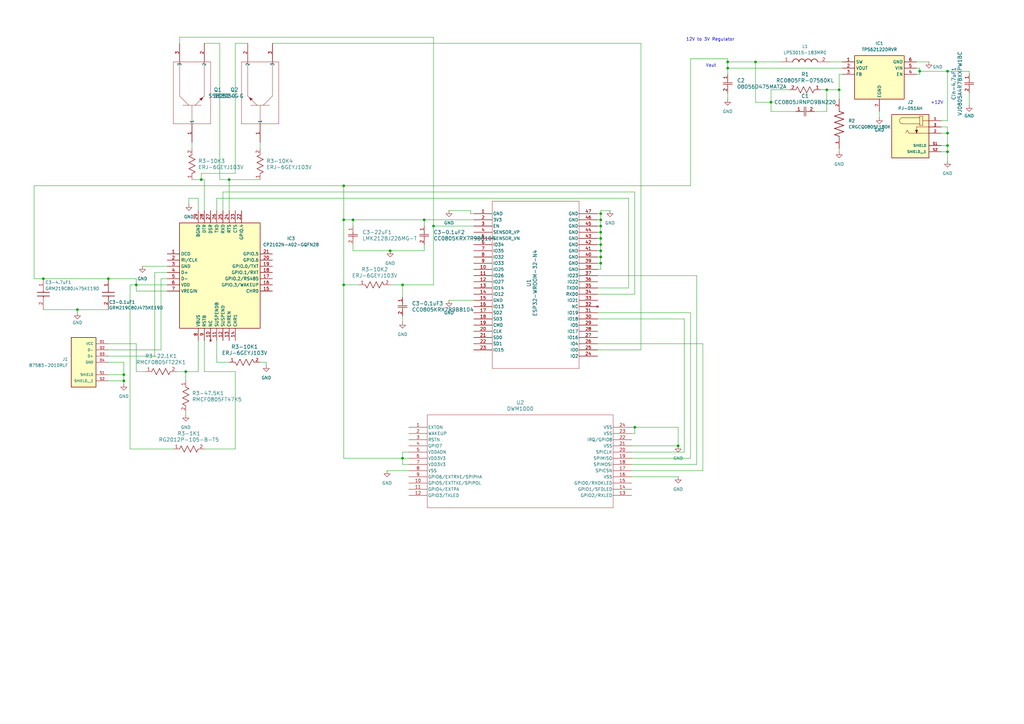
<source format=kicad_sch>
(kicad_sch (version 20231120) (generator "eeschema") (generator_version "8.0")
  (paper "A3")
  (lib_symbols
    (symbol "2024-08-05_15-15-11:VJ0805A4R7BXXPW1BC" (pin_names (offset 0.254))
      (property "Reference" "C" (at 3.81 3.81 0))
      (property "Value" "VJ0805A4R7BXXPW1BC" (at 3.81 -3.81 0))
      (symbol "VJ0805A4R7BXXPW1BC_1_1"
        (pin unspecified line (at 0 0 0) (length 2.54) (name "") (number "1"))
        (pin unspecified line (at 7.62 0 180) (length 2.54) (name "") (number "2"))
      )
      (symbol "VJ0805A4R7BXXPW1BC_1_2"
        (pin unspecified line (at 0 0 270) (length 2.54) (name "") (number "1"))
        (pin unspecified line (at 0 -7.62 90) (length 2.54) (name "") (number "2"))
      )
    )
    (symbol "2024-08-05_15-40-12:RC0805FR-07560KL" (pin_names (offset 0.254))
      (property "Reference" "R" (at 5.715 3.81 0))
      (property "Value" "RC0805FR-07560KL" (at 6.35 -3.81 0))
      (symbol "RC0805FR-07560KL_1_1"
        (pin unspecified line (at 12.7 0 180) (length 2.54) (name "") (number "1"))
        (pin unspecified line (at 0 0 0) (length 2.54) (name "") (number "2"))
      )
      (symbol "RC0805FR-07560KL_1_2"
        (pin unspecified line (at 0 12.7 270) (length 2.54) (name "") (number "1"))
        (pin unspecified line (at 0 0 90) (length 2.54) (name "") (number "2"))
      )
    )
    (symbol "2024-08-05_16-00-45:CC0805JRNPO9BN220" (pin_names (offset 0.254))
      (property "Reference" "C" (at 3.81 3.81 0))
      (property "Value" "CC0805JRNPO9BN220" (at 3.81 -3.81 0))
      (symbol "CC0805JRNPO9BN220_1_1"
        (pin unspecified line (at 0 0 0) (length 2.54) (name "") (number "1"))
        (pin unspecified line (at 7.62 0 180) (length 2.54) (name "") (number "2"))
      )
      (symbol "CC0805JRNPO9BN220_1_2"
        (pin unspecified line (at 0 0 270) (length 2.54) (name "") (number "1"))
        (pin unspecified line (at 0 -7.62 90) (length 2.54) (name "") (number "2"))
      )
    )
    (symbol "2024-08-05_16-10-25:08056D475MAT2A" (pin_names (offset 0.254))
      (property "Reference" "C" (at 3.81 3.81 0))
      (property "Value" "08056D475MAT2A" (at 3.81 -3.81 0))
      (symbol "08056D475MAT2A_1_1"
        (pin unspecified line (at 0 0 0) (length 2.54) (name "") (number "1"))
        (pin unspecified line (at 7.62 0 180) (length 2.54) (name "") (number "2"))
      )
      (symbol "08056D475MAT2A_1_2"
        (pin unspecified line (at 0 0 270) (length 2.54) (name "") (number "1"))
        (pin unspecified line (at 0 -7.62 90) (length 2.54) (name "") (number "2"))
      )
    )
    (symbol "2024-08-07_20-06-52:ESP32-WROOM-32-N4" (pin_names (offset 0.254))
      (property "Reference" "U" (at 25.4 10.16 0))
      (property "Value" "ESP32-WROOM-32-N4" (at 25.4 7.62 0))
      (symbol "ESP32-WROOM-32-N4_0_1"
        (pin power_out line (at 0 0 0) (length 7.62) (name "GND") (number "1"))
        (pin bidirectional line (at 0 -22.86 0) (length 7.62) (name "IO25") (number "10"))
        (pin bidirectional line (at 0 -25.4 0) (length 7.62) (name "IO26") (number "11"))
        (pin bidirectional line (at 0 -27.94 0) (length 7.62) (name "IO27") (number "12"))
        (pin bidirectional line (at 0 -30.48 0) (length 7.62) (name "IO14") (number "13"))
        (pin bidirectional line (at 0 -33.02 0) (length 7.62) (name "IO12") (number "14"))
        (pin power_out line (at 0 -35.56 0) (length 7.62) (name "GND") (number "15"))
        (pin bidirectional line (at 0 -38.1 0) (length 7.62) (name "IO13") (number "16"))
        (pin bidirectional line (at 0 -40.64 0) (length 7.62) (name "SD2") (number "17"))
        (pin bidirectional line (at 0 -43.18 0) (length 7.62) (name "SD3") (number "18"))
        (pin bidirectional line (at 0 -45.72 0) (length 7.62) (name "CMD") (number "19"))
        (pin power_in line (at 0 -2.54 0) (length 7.62) (name "3V3") (number "2"))
        (pin bidirectional line (at 0 -48.26 0) (length 7.62) (name "CLK") (number "20"))
        (pin bidirectional line (at 0 -50.8 0) (length 7.62) (name "SD0") (number "21"))
        (pin bidirectional line (at 0 -53.34 0) (length 7.62) (name "SD1") (number "22"))
        (pin bidirectional line (at 0 -55.88 0) (length 7.62) (name "IO15") (number "23"))
        (pin bidirectional line (at 50.8 -58.42 180) (length 7.62) (name "IO2") (number "24"))
        (pin bidirectional line (at 50.8 -55.88 180) (length 7.62) (name "IO0") (number "25"))
        (pin bidirectional line (at 50.8 -53.34 180) (length 7.62) (name "IO4") (number "26"))
        (pin bidirectional line (at 50.8 -50.8 180) (length 7.62) (name "IO16") (number "27"))
        (pin bidirectional line (at 50.8 -48.26 180) (length 7.62) (name "IO17") (number "28"))
        (pin bidirectional line (at 50.8 -45.72 180) (length 7.62) (name "IO5") (number "29"))
        (pin input line (at 0 -5.08 0) (length 7.62) (name "EN") (number "3"))
        (pin bidirectional line (at 50.8 -43.18 180) (length 7.62) (name "IO18") (number "30"))
        (pin bidirectional line (at 50.8 -40.64 180) (length 7.62) (name "IO19") (number "31"))
        (pin no_connect line (at 50.8 -38.1 180) (length 7.62) (name "NC") (number "32"))
        (pin bidirectional line (at 50.8 -35.56 180) (length 7.62) (name "IO21") (number "33"))
        (pin bidirectional line (at 50.8 -33.02 180) (length 7.62) (name "RXD0") (number "34"))
        (pin bidirectional line (at 50.8 -30.48 180) (length 7.62) (name "TXD0") (number "35"))
        (pin bidirectional line (at 50.8 -27.94 180) (length 7.62) (name "IO22") (number "36"))
        (pin bidirectional line (at 50.8 -25.4 180) (length 7.62) (name "IO23") (number "37"))
        (pin power_out line (at 50.8 -22.86 180) (length 7.62) (name "GND") (number "38"))
        (pin power_out line (at 50.8 -20.32 180) (length 7.62) (name "GND") (number "39"))
        (pin input line (at 0 -7.62 0) (length 7.62) (name "SENSOR_VP") (number "4"))
        (pin power_out line (at 50.8 -17.78 180) (length 7.62) (name "GND") (number "40"))
        (pin power_out line (at 50.8 -15.24 180) (length 7.62) (name "GND") (number "41"))
        (pin power_out line (at 50.8 -12.7 180) (length 7.62) (name "GND") (number "42"))
        (pin power_out line (at 50.8 -10.16 180) (length 7.62) (name "GND") (number "43"))
        (pin power_out line (at 50.8 -7.62 180) (length 7.62) (name "GND") (number "44"))
        (pin power_out line (at 50.8 -5.08 180) (length 7.62) (name "GND") (number "45"))
        (pin power_out line (at 50.8 -2.54 180) (length 7.62) (name "GND") (number "46"))
        (pin power_out line (at 50.8 0 180) (length 7.62) (name "GND") (number "47"))
        (pin input line (at 0 -10.16 0) (length 7.62) (name "SENSOR_VN") (number "5"))
        (pin input line (at 0 -12.7 0) (length 7.62) (name "IO34") (number "6"))
        (pin input line (at 0 -15.24 0) (length 7.62) (name "IO35") (number "7"))
        (pin bidirectional line (at 0 -17.78 0) (length 7.62) (name "IO32") (number "8"))
        (pin bidirectional line (at 0 -20.32 0) (length 7.62) (name "IO33") (number "9"))
      )
    )
    (symbol "2024-09-01_15-42-13:DWM1000" (pin_names (offset 0.254))
      (property "Reference" "U" (at 45.72 10.16 0))
      (property "Value" "DWM1000" (at 45.72 7.62 0))
      (symbol "DWM1000_0_1"
        (pin unspecified line (at 0 0 0) (length 7.62) (name "EXTON") (number "1"))
        (pin bidirectional line (at 0 -22.86 0) (length 7.62) (name "GPIO5/EXTTXE/SPIPOL") (number "10"))
        (pin bidirectional line (at 0 -25.4 0) (length 7.62) (name "GPIO4/EXTPA") (number "11"))
        (pin bidirectional line (at 0 -27.94 0) (length 7.62) (name "GPIO3/TXLED") (number "12"))
        (pin bidirectional line (at 91.44 -27.94 180) (length 7.62) (name "GPIO2/RXLED") (number "13"))
        (pin bidirectional line (at 91.44 -25.4 180) (length 7.62) (name "GPIO1/SFDLED") (number "14"))
        (pin bidirectional line (at 91.44 -22.86 180) (length 7.62) (name "GPIO0/RXOKLED") (number "15"))
        (pin power_out line (at 91.44 -20.32 180) (length 7.62) (name "VSS") (number "16"))
        (pin unspecified line (at 91.44 -17.78 180) (length 7.62) (name "SPICSN") (number "17"))
        (pin unspecified line (at 91.44 -15.24 180) (length 7.62) (name "SPIMOSI") (number "18"))
        (pin unspecified line (at 91.44 -12.7 180) (length 7.62) (name "SPIMISO") (number "19"))
        (pin unspecified line (at 0 -2.54 0) (length 7.62) (name "WAKEUP") (number "2"))
        (pin unspecified line (at 91.44 -10.16 180) (length 7.62) (name "SPICLK") (number "20"))
        (pin power_out line (at 91.44 -7.62 180) (length 7.62) (name "VSS") (number "21"))
        (pin bidirectional line (at 91.44 -5.08 180) (length 7.62) (name "IRQ/GPIO8") (number "22"))
        (pin power_out line (at 91.44 -2.54 180) (length 7.62) (name "VSS") (number "23"))
        (pin power_out line (at 91.44 0 180) (length 7.62) (name "VSS") (number "24"))
        (pin unspecified line (at 0 -5.08 0) (length 7.62) (name "RSTN") (number "3"))
        (pin bidirectional line (at 0 -7.62 0) (length 7.62) (name "GPIO7") (number "4"))
        (pin power_in line (at 0 -10.16 0) (length 7.62) (name "VDDAON") (number "5"))
        (pin power_in line (at 0 -12.7 0) (length 7.62) (name "VDD3V3") (number "6"))
        (pin power_in line (at 0 -15.24 0) (length 7.62) (name "VDD3V3") (number "7"))
        (pin power_out line (at 0 -17.78 0) (length 7.62) (name "VSS") (number "8"))
        (pin bidirectional line (at 0 -20.32 0) (length 7.62) (name "GPIO6/EXTRXE/SPIPHA") (number "9"))
      )
    )
    (symbol "2024-09-04_21-57-04:RG2012P-105-B-T5" (pin_names (offset 0.254))
      (property "Reference" "R" (at 5.715 3.81 0))
      (property "Value" "RG2012P-105-B-T5" (at 6.35 -3.81 0))
      (symbol "RG2012P-105-B-T5_1_1"
        (pin unspecified line (at 0 0 0) (length 2.54) (name "") (number "1"))
        (pin unspecified line (at 12.7 0 180) (length 2.54) (name "") (number "2"))
      )
      (symbol "RG2012P-105-B-T5_1_2"
        (pin unspecified line (at 0 12.7 270) (length 2.54) (name "") (number "1"))
        (pin unspecified line (at 0 0 90) (length 2.54) (name "") (number "2"))
      )
    )
    (symbol "2024-09-05_23-41-31:RMCF0805FT22K1" (pin_names (offset 0.254))
      (property "Reference" "R" (at 5.715 3.81 0))
      (property "Value" "RMCF0805FT22K1" (at 6.35 -3.81 0))
      (symbol "RMCF0805FT22K1_1_1"
        (pin unspecified line (at 0 0 0) (length 2.54) (name "") (number "1"))
        (pin unspecified line (at 12.7 0 180) (length 2.54) (name "") (number "2"))
      )
      (symbol "RMCF0805FT22K1_1_2"
        (pin unspecified line (at 0 12.7 270) (length 2.54) (name "") (number "1"))
        (pin unspecified line (at 0 0 90) (length 2.54) (name "") (number "2"))
      )
    )
    (symbol "2024-09-06_12-33-39:RMCF0805FT47K5" (pin_names (offset 0.254))
      (property "Reference" "R" (at 5.715 3.81 0))
      (property "Value" "RMCF0805FT47K5" (at 6.35 -3.81 0))
      (symbol "RMCF0805FT47K5_1_1"
        (pin unspecified line (at 0 0 0) (length 2.54) (name "") (number "1"))
        (pin unspecified line (at 12.7 0 180) (length 2.54) (name "") (number "2"))
      )
      (symbol "RMCF0805FT47K5_1_2"
        (pin unspecified line (at 0 12.7 270) (length 2.54) (name "") (number "1"))
        (pin unspecified line (at 0 0 90) (length 2.54) (name "") (number "2"))
      )
    )
    (symbol "2024-09-06_12-42-36:ERJ-6GEYJ103V" (pin_names (offset 0.254))
      (property "Reference" "R" (at 5.715 3.81 0))
      (property "Value" "ERJ-6GEYJ103V" (at 6.35 -3.81 0))
      (symbol "ERJ-6GEYJ103V_1_1"
        (pin unspecified line (at 12.7 0 180) (length 2.54) (name "") (number "1"))
        (pin unspecified line (at 0 0 0) (length 2.54) (name "") (number "2"))
      )
      (symbol "ERJ-6GEYJ103V_1_2"
        (pin unspecified line (at 0 12.7 270) (length 2.54) (name "") (number "1"))
        (pin unspecified line (at 0 0 90) (length 2.54) (name "") (number "2"))
      )
    )
    (symbol "2024-09-06_13-19-00:LMK212BJ226MG-T" (pin_names (offset 0.254))
      (property "Reference" "C" (at 3.81 3.81 0))
      (property "Value" "LMK212BJ226MG-T" (at 3.81 -3.81 0))
      (symbol "LMK212BJ226MG-T_1_1"
        (pin unspecified line (at 0 0 0) (length 2.54) (name "") (number "1"))
        (pin unspecified line (at 7.62 0 180) (length 2.54) (name "") (number "2"))
      )
      (symbol "LMK212BJ226MG-T_1_2"
        (pin unspecified line (at 0 0 270) (length 2.54) (name "") (number "1"))
        (pin unspecified line (at 0 -7.62 90) (length 2.54) (name "") (number "2"))
      )
    )
    (symbol "2024-09-06_13-28-08:CC0805KRX7R9BB104" (pin_names (offset 0.254))
      (property "Reference" "C" (at 3.81 3.81 0))
      (property "Value" "CC0805KRX7R9BB104" (at 3.81 -3.81 0))
      (symbol "CC0805KRX7R9BB104_1_1"
        (pin unspecified line (at 0 0 0) (length 2.54) (name "") (number "1"))
        (pin unspecified line (at 7.62 0 180) (length 2.54) (name "") (number "2"))
      )
      (symbol "CC0805KRX7R9BB104_1_2"
        (pin unspecified line (at 0 0 270) (length 2.54) (name "") (number "1"))
        (pin unspecified line (at 0 -7.62 90) (length 2.54) (name "") (number "2"))
      )
    )
    (symbol "2024-09-06_14-15-17:SS8050-G" (pin_names (offset 0.254))
      (property "Reference" "Q" (at 20.32 12.7 0))
      (property "Value" "SS8050-G" (at 20.32 10.16 0))
      (symbol "SS8050-G_0_1"
        (pin unspecified line (at 0 0 0) (length 7.62) (name "1") (number "1"))
        (pin unspecified line (at 40.64 -5.08 180) (length 7.62) (name "2") (number "2"))
        (pin unspecified line (at 40.64 5.08 180) (length 7.62) (name "3") (number "3"))
      )
    )
    (symbol "87583-2010RLF:87583-2010RLF" (pin_names (offset 1.016))
      (property "Reference" "J" (at -5.08 8.382 0))
      (property "Value" "87583-2010RLF" (at -5.08 -15.24 0))
      (symbol "87583-2010RLF_0_0"
        (pin power_in line (at -10.16 5.08 0) (length 5.08) (name "VCC") (number "01"))
        (pin bidirectional line (at -10.16 2.54 0) (length 5.08) (name "D-") (number "02"))
        (pin bidirectional line (at -10.16 0 0) (length 5.08) (name "D+") (number "03"))
        (pin power_in line (at -10.16 -2.54 0) (length 5.08) (name "GND") (number "04"))
        (pin passive line (at -10.16 -7.62 0) (length 5.08) (name "SHIELD") (number "S1"))
        (pin passive line (at -10.16 -10.16 0) (length 5.08) (name "SHIELD__1") (number "S2"))
      )
    )
    (symbol "CP2102N-A02-GQFN28:CP2102N-A02-GQFN28"
      (property "Reference" "IC" (at 39.37 17.78 0))
      (property "Value" "CP2102N-A02-GQFN28" (at 39.37 15.24 0))
      (symbol "CP2102N-A02-GQFN28_1_1"
        (pin input line (at 0 0 0) (length 5.08) (name "DCD") (number "1"))
        (pin no_connect line (at 17.78 -35.56 90) (length 5.08) (name "NC") (number "10"))
        (pin output line (at 20.32 -35.56 90) (length 5.08) (name "SUSPENDB") (number "11"))
        (pin output line (at 22.86 -35.56 90) (length 5.08) (name "SUSPEND") (number "12"))
        (pin output line (at 25.4 -35.56 90) (length 5.08) (name "CHREN") (number "13"))
        (pin output line (at 27.94 -35.56 90) (length 5.08) (name "CHR1") (number "14"))
        (pin output line (at 43.18 -15.24 180) (length 5.08) (name "CHR0") (number "15"))
        (pin bidirectional line (at 43.18 -12.7 180) (length 5.08) (name "GPIO.3/WAKEUP") (number "16"))
        (pin bidirectional line (at 43.18 -10.16 180) (length 5.08) (name "GPIO.2/RS485") (number "17"))
        (pin bidirectional line (at 43.18 -7.62 180) (length 5.08) (name "GPIO.1/RXT") (number "18"))
        (pin bidirectional line (at 43.18 -5.08 180) (length 5.08) (name "GPIO.0/TXT") (number "19"))
        (pin bidirectional line (at 0 -2.54 0) (length 5.08) (name "RI/CLK") (number "2"))
        (pin bidirectional line (at 43.18 -2.54 180) (length 5.08) (name "GPIO.6") (number "20"))
        (pin bidirectional line (at 43.18 0 180) (length 5.08) (name "GPIO.5") (number "21"))
        (pin bidirectional line (at 30.48 17.78 270) (length 5.08) (name "GPIO.4") (number "22"))
        (pin input line (at 27.94 17.78 270) (length 5.08) (name "CTS") (number "23"))
        (pin output line (at 25.4 17.78 270) (length 5.08) (name "RTS") (number "24"))
        (pin input line (at 22.86 17.78 270) (length 5.08) (name "RXD") (number "25"))
        (pin output line (at 20.32 17.78 270) (length 5.08) (name "TXD") (number "26"))
        (pin input line (at 17.78 17.78 270) (length 5.08) (name "DSR") (number "27"))
        (pin output line (at 15.24 17.78 270) (length 5.08) (name "DTR") (number "28"))
        (pin power_in line (at 12.7 17.78 270) (length 5.08) (name "BGND") (number "29"))
        (pin power_in line (at 0 -5.08 0) (length 5.08) (name "GND") (number "3"))
        (pin bidirectional line (at 0 -7.62 0) (length 5.08) (name "D+") (number "4"))
        (pin bidirectional line (at 0 -10.16 0) (length 5.08) (name "D-") (number "5"))
        (pin power_in line (at 0 -12.7 0) (length 5.08) (name "VDD") (number "6"))
        (pin power_in line (at 0 -15.24 0) (length 5.08) (name "VREGIN") (number "7"))
        (pin input line (at 12.7 -35.56 90) (length 5.08) (name "VBUS") (number "8"))
        (pin input line (at 15.24 -35.56 90) (length 5.08) (name "RSTB") (number "9"))
      )
    )
    (symbol "CRGCQ0805F180K:CRGCQ0805F180K" (pin_names (offset 1.016))
      (property "Reference" "R" (at -7.6244 2.5415 0))
      (property "Value" "CRGCQ0805F180K" (at -7.63 -5.0866 0))
      (symbol "CRGCQ0805F180K_0_0"
        (pin passive line (at -10.16 0 0) (length 5.08) (name "~") (number "1"))
        (pin passive line (at 10.16 0 180) (length 5.08) (name "~") (number "2"))
      )
    )
    (symbol "GRM219C80J475KE19D:GRM219C80J475KE19D" (pin_names hide)
      (property "Reference" "C" (at 8.89 6.35 0))
      (property "Value" "GRM219C80J475KE19D" (at 8.89 3.81 0))
      (symbol "GRM219C80J475KE19D_1_1"
        (pin passive line (at 0 0 0) (length 5.08) (name "1") (number "1"))
        (pin passive line (at 12.7 0 180) (length 5.08) (name "2") (number "2"))
      )
    )
    (symbol "LPS3015-183MRC:LPS3015-183MRC" (pin_names hide)
      (property "Reference" "L" (at 16.51 6.35 0))
      (property "Value" "LPS3015-183MRC" (at 16.51 3.81 0))
      (symbol "LPS3015-183MRC_1_1"
        (pin passive line (at 0 0 0) (length 5.08) (name "1") (number "1"))
        (pin passive line (at 20.32 0 180) (length 5.08) (name "2") (number "2"))
      )
    )
    (symbol "PJ-051AH:PJ-051AH" (pin_names (offset 1.016))
      (property "Reference" "J" (at -7.7017 7.6788 0))
      (property "Value" "PJ-051AH" (at -7.6955 -12.759 0))
      (symbol "PJ-051AH_0_0"
        (pin passive line (at 12.7 5.08 180) (length 5.08) (name "~") (number "1"))
        (pin passive line (at 12.7 0 180) (length 5.08) (name "~") (number "2"))
        (pin passive line (at 12.7 2.54 180) (length 5.08) (name "~") (number "3"))
        (pin passive line (at 12.7 -5.08 180) (length 5.08) (name "SHIELD") (number "S1"))
        (pin passive line (at 12.7 -7.62 180) (length 5.08) (name "SHIELD__1") (number "S2"))
      )
    )
    (symbol "TPS62122DRVR:TPS62122DRVR"
      (property "Reference" "IC" (at 26.67 7.62 0))
      (property "Value" "TPS62122DRVR" (at 26.67 5.08 0))
      (symbol "TPS62122DRVR_1_1"
        (pin passive line (at 0 0 0) (length 5.08) (name "SW") (number "1"))
        (pin passive line (at 0 -2.54 0) (length 5.08) (name "VOUT") (number "2"))
        (pin passive line (at 0 -5.08 0) (length 5.08) (name "FB") (number "3"))
        (pin input line (at 30.48 -5.08 180) (length 5.08) (name "EN") (number "4"))
        (pin power_in line (at 30.48 -2.54 180) (length 5.08) (name "VIN") (number "5"))
        (pin power_in line (at 30.48 0 180) (length 5.08) (name "GND") (number "6"))
        (pin power_in line (at 15.24 -20.32 90) (length 5.08) (name "EGND") (number "7"))
      )
    )
    (symbol "power:GND" (power) (pin_numbers hide) (pin_names (offset 0) hide)
      (property "Value" "GND" (at 0 -3.81 0))
      (symbol "GND_1_1"
        (pin power_in line (at 0 0 270) (length 0) (name "~") (number "1"))
      )
    )
  )
  (junction (at 246.38 97.79))
  (junction (at 140.97 116.84))
  (junction (at 93.98 73.66))
  (junction (at 246.38 107.95))
  (junction (at 344.17 36.83))
  (junction (at 17.78 114.3))
  (junction (at 298.45 27.94))
  (junction (at 165.1 116.84))
  (junction (at 246.38 90.17))
  (junction (at 388.62 62.23))
  (junction (at 165.1 187.96))
  (junction (at 246.38 102.87))
  (junction (at 44.45 114.3))
  (junction (at 246.38 92.71))
  (junction (at 246.38 105.41))
  (junction (at 55.88 116.84))
  (junction (at 177.8 92.71))
  (junction (at 31.75 127))
  (junction (at 246.38 100.33))
  (junction (at 246.38 87.63))
  (junction (at 339.09 36.83))
  (junction (at 76.2 152.4))
  (junction (at 173.99 90.17))
  (junction (at 309.88 25.4))
  (junction (at 316.23 41.91))
  (junction (at 388.62 29.21))
  (junction (at 260.35 175.26))
  (junction (at 140.97 76.2))
  (junction (at 377.19 29.21))
  (junction (at 388.62 59.69))
  (junction (at 246.38 95.25))
  (junction (at 82.55 73.66))
  (junction (at 388.62 54.61))
  (junction (at 144.78 90.17))
  (junction (at 298.45 25.4))
  (junction (at 160.02 102.87))
  (junction (at 50.8 153.67))
  (junction (at 278.13 182.88))
  (junction (at 50.8 156.21))
  (junction (at 140.97 90.17))
  (wire (pts (xy 144.78 92.71) (xy 144.78 90.17)))
  (wire (pts (xy 288.29 140.97) (xy 288.29 193.04)))
  (wire (pts (xy 278.13 175.26) (xy 278.13 182.88)))
  (wire (pts (xy 81.28 81.28) (xy 77.47 81.28)))
  (wire (pts (xy 245.11 140.97) (xy 288.29 140.97)))
  (wire (pts (xy 109.22 148.59) (xy 106.68 148.59)))
  (wire (pts (xy 140.97 76.2) (xy 283.21 76.2)))
  (wire (pts (xy 93.98 73.66) (xy 106.68 73.66)))
  (wire (pts (xy 298.45 25.4) (xy 298.45 27.94)))
  (wire (pts (xy 63.5 146.05) (xy 63.5 111.76)))
  (wire (pts (xy 83.82 73.66) (xy 83.82 86.36)))
  (wire (pts (xy 17.78 114.3) (xy 44.45 114.3)))
  (wire (pts (xy 66.04 114.3) (xy 68.58 114.3)))
  (wire (pts (xy 91.44 78.74) (xy 260.35 78.74)))
  (wire (pts (xy 194.31 92.71) (xy 177.8 92.71)))
  (wire (pts (xy 53.34 116.84) (xy 55.88 116.84)))
  (wire (pts (xy 13.97 114.3) (xy 17.78 114.3)))
  (wire (pts (xy 193.04 86.36) (xy 184.15 86.36)))
  (wire (pts (xy 173.99 90.17) (xy 194.31 90.17)))
  (wire (pts (xy 144.78 100.33) (xy 144.78 102.87)))
  (wire (pts (xy 140.97 90.17) (xy 144.78 90.17)))
  (wire (pts (xy 375.92 30.48) (xy 377.19 30.48)))
  (wire (pts (xy 88.9 148.59) (xy 93.98 148.59)))
  (wire (pts (xy 377.19 29.21) (xy 388.62 29.21)))
  (wire (pts (xy 257.81 81.28) (xy 257.81 118.11)))
  (wire (pts (xy 73.66 15.24) (xy 177.8 15.24)))
  (wire (pts (xy 316.23 41.91) (xy 316.23 36.83)))
  (wire (pts (xy 83.82 17.78) (xy 90.17 17.78)))
  (wire (pts (xy 245.11 92.71) (xy 246.38 92.71)))
  (wire (pts (xy 246.38 87.63) (xy 246.38 90.17)))
  (wire (pts (xy 260.35 175.26) (xy 278.13 175.26)))
  (wire (pts (xy 83.82 152.4) (xy 96.52 152.4)))
  (wire (pts (xy 88.9 86.36) (xy 88.9 81.28)))
  (wire (pts (xy 259.08 187.96) (xy 283.21 187.96)))
  (wire (pts (xy 96.52 17.78) (xy 96.52 71.12)))
  (wire (pts (xy 165.1 116.84) (xy 177.8 116.84)))
  (wire (pts (xy 344.17 30.48) (xy 344.17 36.83)))
  (wire (pts (xy 140.97 116.84) (xy 140.97 187.96)))
  (wire (pts (xy 245.11 113.03) (xy 285.75 113.03)))
  (wire (pts (xy 165.1 187.96) (xy 167.64 187.96)))
  (wire (pts (xy 165.1 190.5) (xy 165.1 187.96)))
  (wire (pts (xy 71.12 184.15) (xy 53.34 184.15)))
  (wire (pts (xy 160.02 116.84) (xy 165.1 116.84)))
  (wire (pts (xy 144.78 102.87) (xy 160.02 102.87)))
  (wire (pts (xy 106.68 58.42) (xy 106.68 60.96)))
  (wire (pts (xy 44.45 148.59) (xy 50.8 148.59)))
  (wire (pts (xy 259.08 195.58) (xy 278.13 195.58)))
  (wire (pts (xy 165.1 185.42) (xy 165.1 187.96)))
  (wire (pts (xy 388.62 29.21) (xy 397.51 29.21)))
  (wire (pts (xy 140.97 90.17) (xy 140.97 116.84)))
  (wire (pts (xy 386.08 54.61) (xy 388.62 54.61)))
  (wire (pts (xy 280.67 130.81) (xy 280.67 185.42)))
  (wire (pts (xy 298.45 38.1) (xy 298.45 40.64)))
  (wire (pts (xy 334.01 45.72) (xy 339.09 45.72)))
  (wire (pts (xy 96.52 71.12) (xy 82.55 71.12)))
  (wire (pts (xy 193.04 87.63) (xy 194.31 87.63)))
  (wire (pts (xy 44.45 146.05) (xy 63.5 146.05)))
  (wire (pts (xy 101.6 17.78) (xy 96.52 17.78)))
  (wire (pts (xy 397.51 29.21) (xy 397.51 30.48)))
  (wire (pts (xy 44.45 156.21) (xy 50.8 156.21)))
  (wire (pts (xy 167.64 185.42) (xy 165.1 185.42)))
  (wire (pts (xy 13.97 76.2) (xy 13.97 114.3)))
  (wire (pts (xy 76.2 168.91) (xy 76.2 170.18)))
  (wire (pts (xy 388.62 52.07) (xy 388.62 54.61)))
  (wire (pts (xy 90.17 73.66) (xy 93.98 73.66)))
  (wire (pts (xy 246.38 90.17) (xy 246.38 92.71)))
  (wire (pts (xy 316.23 36.83) (xy 323.85 36.83)))
  (wire (pts (xy 73.66 17.78) (xy 73.66 15.24)))
  (wire (pts (xy 68.58 119.38) (xy 55.88 119.38)))
  (wire (pts (xy 53.34 184.15) (xy 53.34 116.84)))
  (wire (pts (xy 339.09 36.83) (xy 339.09 45.72)))
  (wire (pts (xy 165.1 190.5) (xy 167.64 190.5)))
  (wire (pts (xy 184.15 123.19) (xy 194.31 123.19)))
  (wire (pts (xy 246.38 95.25) (xy 246.38 97.79)))
  (wire (pts (xy 386.08 49.53) (xy 388.62 49.53)))
  (wire (pts (xy 262.89 143.51) (xy 262.89 17.78)))
  (wire (pts (xy 345.44 30.48) (xy 344.17 30.48)))
  (wire (pts (xy 246.38 86.36) (xy 250.19 86.36)))
  (wire (pts (xy 78.74 58.42) (xy 78.74 60.96)))
  (wire (pts (xy 375.92 27.94) (xy 377.19 27.94)))
  (wire (pts (xy 55.88 152.4) (xy 59.69 152.4)))
  (wire (pts (xy 88.9 81.28) (xy 257.81 81.28)))
  (wire (pts (xy 246.38 92.71) (xy 246.38 95.25)))
  (wire (pts (xy 245.11 87.63) (xy 246.38 87.63)))
  (wire (pts (xy 66.04 143.51) (xy 66.04 114.3)))
  (wire (pts (xy 177.8 15.24) (xy 177.8 92.71)))
  (wire (pts (xy 283.21 24.13) (xy 298.45 24.13)))
  (wire (pts (xy 17.78 127) (xy 31.75 127)))
  (wire (pts (xy 88.9 148.59) (xy 88.9 139.7)))
  (wire (pts (xy 96.52 152.4) (xy 96.52 184.15)))
  (wire (pts (xy 140.97 187.96) (xy 165.1 187.96)))
  (wire (pts (xy 55.88 119.38) (xy 55.88 116.84)))
  (wire (pts (xy 245.11 128.27) (xy 283.21 128.27)))
  (wire (pts (xy 344.17 36.83) (xy 339.09 36.83)))
  (wire (pts (xy 260.35 78.74) (xy 260.35 120.65)))
  (wire (pts (xy 340.36 25.4) (xy 345.44 25.4)))
  (wire (pts (xy 245.11 102.87) (xy 246.38 102.87)))
  (wire (pts (xy 388.62 59.69) (xy 388.62 62.23)))
  (wire (pts (xy 245.11 143.51) (xy 262.89 143.51)))
  (wire (pts (xy 309.88 25.4) (xy 309.88 41.91)))
  (wire (pts (xy 173.99 90.17) (xy 173.99 92.71)))
  (wire (pts (xy 13.97 76.2) (xy 140.97 76.2)))
  (wire (pts (xy 158.75 193.04) (xy 167.64 193.04)))
  (wire (pts (xy 83.82 139.7) (xy 83.82 152.4)))
  (wire (pts (xy 316.23 45.72) (xy 316.23 41.91)))
  (wire (pts (xy 262.89 17.78) (xy 111.76 17.78)))
  (wire (pts (xy 285.75 113.03) (xy 285.75 190.5)))
  (wire (pts (xy 245.11 107.95) (xy 246.38 107.95)))
  (wire (pts (xy 55.88 116.84) (xy 68.58 116.84)))
  (wire (pts (xy 259.08 182.88) (xy 278.13 182.88)))
  (wire (pts (xy 344.17 36.83) (xy 344.17 40.64)))
  (wire (pts (xy 31.75 127) (xy 44.45 127)))
  (wire (pts (xy 58.42 109.22) (xy 68.58 109.22)))
  (wire (pts (xy 298.45 30.48) (xy 298.45 27.94)))
  (wire (pts (xy 388.62 62.23) (xy 388.62 66.04)))
  (wire (pts (xy 360.68 45.72) (xy 360.68 48.26)))
  (wire (pts (xy 386.08 59.69) (xy 388.62 59.69)))
  (wire (pts (xy 280.67 185.42) (xy 259.08 185.42)))
  (wire (pts (xy 50.8 157.48) (xy 50.8 156.21)))
  (wire (pts (xy 177.8 92.71) (xy 177.8 116.84)))
  (wire (pts (xy 259.08 177.8) (xy 260.35 177.8)))
  (wire (pts (xy 109.22 149.86) (xy 109.22 148.59)))
  (wire (pts (xy 246.38 100.33) (xy 246.38 102.87)))
  (wire (pts (xy 285.75 190.5) (xy 259.08 190.5)))
  (wire (pts (xy 298.45 24.13) (xy 298.45 25.4)))
  (wire (pts (xy 245.11 110.49) (xy 246.38 110.49)))
  (wire (pts (xy 63.5 111.76) (xy 68.58 111.76)))
  (wire (pts (xy 82.55 73.66) (xy 83.82 73.66)))
  (wire (pts (xy 78.74 73.66) (xy 82.55 73.66)))
  (wire (pts (xy 165.1 129.54) (xy 165.1 132.08)))
  (wire (pts (xy 298.45 27.94) (xy 345.44 27.94)))
  (wire (pts (xy 193.04 87.63) (xy 193.04 86.36)))
  (wire (pts (xy 144.78 90.17) (xy 173.99 90.17)))
  (wire (pts (xy 259.08 175.26) (xy 260.35 175.26)))
  (wire (pts (xy 55.88 114.3) (xy 55.88 116.84)))
  (wire (pts (xy 397.51 38.1) (xy 397.51 43.18)))
  (wire (pts (xy 44.45 153.67) (xy 50.8 153.67)))
  (wire (pts (xy 260.35 175.26) (xy 260.35 177.8)))
  (wire (pts (xy 320.04 25.4) (xy 309.88 25.4)))
  (wire (pts (xy 245.11 130.81) (xy 280.67 130.81)))
  (wire (pts (xy 31.75 128.27) (xy 31.75 127)))
  (wire (pts (xy 76.2 152.4) (xy 81.28 152.4)))
  (wire (pts (xy 44.45 143.51) (xy 66.04 143.51)))
  (wire (pts (xy 96.52 184.15) (xy 83.82 184.15)))
  (wire (pts (xy 245.11 100.33) (xy 246.38 100.33)))
  (wire (pts (xy 344.17 60.96) (xy 344.17 62.23)))
  (wire (pts (xy 76.2 152.4) (xy 76.2 156.21)))
  (wire (pts (xy 375.92 25.4) (xy 381 25.4)))
  (wire (pts (xy 309.88 41.91) (xy 316.23 41.91)))
  (wire (pts (xy 245.11 95.25) (xy 246.38 95.25)))
  (wire (pts (xy 246.38 110.49) (xy 246.38 107.95)))
  (wire (pts (xy 173.99 100.33) (xy 173.99 102.87)))
  (wire (pts (xy 140.97 116.84) (xy 147.32 116.84)))
  (wire (pts (xy 259.08 193.04) (xy 288.29 193.04)))
  (wire (pts (xy 44.45 140.97) (xy 55.88 140.97)))
  (wire (pts (xy 339.09 36.83) (xy 336.55 36.83)))
  (wire (pts (xy 260.35 120.65) (xy 245.11 120.65)))
  (wire (pts (xy 245.11 118.11) (xy 257.81 118.11)))
  (wire (pts (xy 82.55 71.12) (xy 82.55 73.66)))
  (wire (pts (xy 377.19 29.21) (xy 377.19 30.48)))
  (wire (pts (xy 81.28 139.7) (xy 81.28 152.4)))
  (wire (pts (xy 245.11 90.17) (xy 246.38 90.17)))
  (wire (pts (xy 283.21 24.13) (xy 283.21 76.2)))
  (wire (pts (xy 386.08 52.07) (xy 388.62 52.07)))
  (wire (pts (xy 93.98 73.66) (xy 93.98 86.36)))
  (wire (pts (xy 246.38 105.41) (xy 246.38 107.95)))
  (wire (pts (xy 326.39 45.72) (xy 316.23 45.72)))
  (wire (pts (xy 246.38 102.87) (xy 246.38 105.41)))
  (wire (pts (xy 44.45 114.3) (xy 55.88 114.3)))
  (wire (pts (xy 140.97 76.2) (xy 140.97 90.17)))
  (wire (pts (xy 72.39 152.4) (xy 76.2 152.4)))
  (wire (pts (xy 377.19 27.94) (xy 377.19 29.21)))
  (wire (pts (xy 165.1 116.84) (xy 165.1 121.92)))
  (wire (pts (xy 50.8 148.59) (xy 50.8 153.67)))
  (wire (pts (xy 160.02 102.87) (xy 173.99 102.87)))
  (wire (pts (xy 245.11 97.79) (xy 246.38 97.79)))
  (wire (pts (xy 90.17 17.78) (xy 90.17 73.66)))
  (wire (pts (xy 91.44 78.74) (xy 91.44 86.36)))
  (wire (pts (xy 388.62 29.21) (xy 388.62 49.53)))
  (wire (pts (xy 298.45 25.4) (xy 309.88 25.4)))
  (wire (pts (xy 77.47 81.28) (xy 77.47 83.82)))
  (wire (pts (xy 246.38 87.63) (xy 246.38 86.36)))
  (wire (pts (xy 388.62 54.61) (xy 388.62 59.69)))
  (wire (pts (xy 246.38 97.79) (xy 246.38 100.33)))
  (wire (pts (xy 81.28 86.36) (xy 81.28 81.28)))
  (wire (pts (xy 50.8 153.67) (xy 50.8 156.21)))
  (wire (pts (xy 386.08 62.23) (xy 388.62 62.23)))
  (wire (pts (xy 245.11 105.41) (xy 246.38 105.41)))
  (wire (pts (xy 55.88 140.97) (xy 55.88 152.4)))
  (wire (pts (xy 283.21 128.27) (xy 283.21 187.96)))
  (text "+12V" (at 384.302 42.164 0) (effects (font (size 1.27 1.27))))
  (text "Vout" (at 291.592 26.924 0) (effects (font (size 1.27 1.27))))
  (text "12V to 3V Regulator" (at 291.338 16.256 0) (effects (font (size 1.27 1.27))))
  (symbol (lib_id "87583-2010RLF:87583-2010RLF") (at 34.29 146.05 0) (mirror y) (unit 1)
    (property "Reference" "J1" (at 27.94 147.3199 0) (effects (justify left)))
    (property "Value" "87583-2010RLF" (at 27.94 149.8599 0) (effects (justify left)))
    (property "Footprint" "SD V2 USB to UART Components:AMPHENOL_87583-2010RLF" (effects (hide yes)))
    (property "PARTREV" "AD" (effects (hide yes)))
    (property "MANUFACTURER" "Amphenol" (effects (hide yes)))
    (property "MAXIMUM_PACKAGE_HEIGHT" "7.74mm" (effects (hide yes)))
    (property "STANDARD" "Manufacturer Recommendations" (effects (hide yes)))
  )
  (symbol (lib_id "power:GND") (at 77.47 83.82 0) (unit 1)
    (property "Reference" "#PWR013" (effects (hide yes)))
    (property "Value" "GND" (at 77.47 88.9 0))
    (property "Description" "Power symbol creates a global label with name \"GND\" , ground" (effects (hide yes)))
  )
  (symbol (lib_id "2024-09-06_12-33-39:RMCF0805FT47K5") (at 76.2 156.21 270) (unit 1)
    (property "Reference" "R3-47.5K1" (at 78.74 161.2899 90) (effects (font (size 1.524 1.524)) (justify left)))
    (property "Value" "RMCF0805FT47K5" (at 78.74 163.8299 90) (effects (font (size 1.524 1.524)) (justify left)))
    (property "Footprint" "SD V2 USB to UART Components:STA_RMCF080547.5K_STP" (effects (hide yes)))
    (property "Datasheet" "RMCF0805FT47K5" (effects (hide yes)))
  )
  (symbol (lib_id "2024-09-06_12-42-36:ERJ-6GEYJ103V") (at 160.02 116.84 0) (mirror y) (unit 1)
    (property "Reference" "R3-10K2" (at 153.67 110.49 0) (effects (font (size 1.524 1.524))))
    (property "Value" "ERJ-6GEYJ103V" (at 153.67 113.03 0) (effects (font (size 1.524 1.524))))
    (property "Footprint" "SD V2 USB to UART Components:RC0805N_PAN" (effects (hide yes)))
    (property "Datasheet" "ERJ-6GEYJ103V" (effects (hide yes)))
  )
  (symbol (lib_id "2024-09-06_12-42-36:ERJ-6GEYJ103V") (at 106.68 60.96 90) (mirror x) (unit 1)
    (property "Reference" "R3-10K4" (at 109.22 66.0399 90) (effects (font (size 1.524 1.524)) (justify right)))
    (property "Value" "ERJ-6GEYJ103V" (at 109.22 68.5799 90) (effects (font (size 1.524 1.524)) (justify right)))
    (property "Footprint" "SD V2 USB to UART Components:RC0805N_PAN" (effects (hide yes)))
    (property "Datasheet" "ERJ-6GEYJ103V" (effects (hide yes)))
  )
  (symbol (lib_id "2024-08-07_20-06-52:ESP32-WROOM-32-N4") (at 194.31 87.63 0) (unit 1)
    (property "Reference" "U1" (at 216.916 116.078 90) (effects (font (size 1.524 1.524))))
    (property "Value" "ESP32-WROOM-32-N4" (at 219.456 116.078 90) (effects (font (size 1.524 1.524))))
    (property "Footprint" "SD V2 ESP32 Components:MOD_ESP32-WROOM-32_EXP" (effects (hide yes)))
    (property "Datasheet" "ESP32-WROOM-32-N4" (effects (hide yes)))
  )
  (symbol (lib_id "2024-09-06_14-15-17:SS8050-G") (at 78.74 58.42 90) (unit 1)
    (property "Reference" "Q1" (at 87.63 36.8299 90) (effects (font (size 1.524 1.524)) (justify right)))
    (property "Value" "SS8050-G" (at 87.63 39.3699 90) (effects (font (size 1.524 1.524)) (justify right)))
    (property "Footprint" "TRAN_SS8050-G_CIP" (effects (hide yes)))
    (property "Datasheet" "SS8050-G" (effects (hide yes)))
  )
  (symbol (lib_id "power:GND") (at 360.68 48.26 0) (unit 1)
    (property "Reference" "#PWR04" (effects (hide yes)))
    (property "Value" "GND" (at 360.68 53.34 0))
    (property "Description" "Power symbol creates a global label with name \"GND\" , ground" (effects (hide yes)))
  )
  (symbol (lib_id "power:GND") (at 58.42 109.22 0) (unit 1)
    (property "Reference" "#PWR012" (effects (hide yes)))
    (property "Value" "GND" (at 58.42 114.3 0))
    (property "Description" "Power symbol creates a global label with name \"GND\" , ground" (effects (hide yes)))
  )
  (symbol (lib_id "2024-09-04_21-57-04:RG2012P-105-B-T5") (at 71.12 184.15 0) (unit 1)
    (property "Reference" "R3-1K1" (at 77.47 177.8 0) (effects (font (size 1.524 1.524))))
    (property "Value" "RG2012P-105-B-T5" (at 77.47 180.34 0) (effects (font (size 1.524 1.524))))
    (property "Footprint" "SD V2 USB to UART Components:RES_1220_SUS" (effects (hide yes)))
    (property "Datasheet" "RG2012P-105-B-T5" (effects (hide yes)))
  )
  (symbol (lib_id "2024-08-05_15-40-12:RC0805FR-07560KL") (at 323.85 36.83 0) (unit 1)
    (property "Reference" "R1" (at 330.2 30.48 0) (effects (font (size 1.524 1.524))))
    (property "Value" "RC0805FR-07560KL" (at 330.2 33.02 0) (effects (font (size 1.524 1.524))))
    (property "Footprint" "SD V2 Voltage Regulator Components:R1-560K RC0805N_YAG" (effects (hide yes)))
    (property "Datasheet" "RC0805FR-07560KL" (effects (hide yes)))
  )
  (symbol (lib_id "power:GND") (at 278.13 195.58 0) (unit 1)
    (property "Reference" "#PWR010" (effects (hide yes)))
    (property "Value" "GND" (at 278.13 200.66 0))
    (property "Description" "Power symbol creates a global label with name \"GND\" , ground" (effects (hide yes)))
  )
  (symbol (lib_id "power:GND") (at 344.17 62.23 0) (unit 1)
    (property "Reference" "#PWR05" (effects (hide yes)))
    (property "Value" "GND" (at 344.17 67.31 0))
    (property "Description" "Power symbol creates a global label with name \"GND\" , ground" (effects (hide yes)))
  )
  (symbol (lib_id "power:GND") (at 160.02 102.87 0) (unit 1)
    (property "Reference" "#PWR019" (effects (hide yes)))
    (property "Value" "GND" (at 160.02 107.95 0))
    (property "Description" "Power symbol creates a global label with name \"GND\" , ground" (effects (hide yes)))
  )
  (symbol (lib_id "power:GND") (at 298.45 40.64 0) (unit 1)
    (property "Reference" "#PWR06" (effects (hide yes)))
    (property "Value" "GND" (at 298.45 45.72 0))
    (property "Description" "Power symbol creates a global label with name \"GND\" , ground" (effects (hide yes)))
  )
  (symbol (lib_id "power:GND") (at 109.22 149.86 0) (unit 1)
    (property "Reference" "#PWR018" (effects (hide yes)))
    (property "Value" "GND" (at 109.22 154.94 0))
    (property "Description" "Power symbol creates a global label with name \"GND\" , ground" (effects (hide yes)))
  )
  (symbol (lib_id "2024-08-05_16-00-45:CC0805JRNPO9BN220") (at 326.39 45.72 0) (unit 1)
    (property "Reference" "C1" (at 330.2 39.37 0) (effects (font (size 1.524 1.524))))
    (property "Value" "CC0805JRNPO9BN220" (at 330.2 41.91 0) (effects (font (size 1.524 1.524))))
    (property "Footprint" "SD V2 Voltage Regulator Components:Cff-22pF CAP_CC0805_YAG" (effects (hide yes)))
    (property "Datasheet" "CC0805JRNPO9BN220" (effects (hide yes)))
  )
  (symbol (lib_id "power:GND") (at 76.2 170.18 0) (unit 1)
    (property "Reference" "#PWR014" (effects (hide yes)))
    (property "Value" "GND" (at 76.2 175.26 0))
    (property "Description" "Power symbol creates a global label with name \"GND\" , ground" (effects (hide yes)))
  )
  (symbol (lib_id "power:GND") (at 184.15 86.36 0) (unit 1)
    (property "Reference" "#PWR07" (effects (hide yes)))
    (property "Value" "GND" (at 184.15 91.44 0))
    (property "Description" "Power symbol creates a global label with name \"GND\" , ground" (effects (hide yes)))
  )
  (symbol (lib_id "PJ-051AH:PJ-051AH") (at 373.38 54.61 0) (unit 1)
    (property "Reference" "J2" (at 373.38 41.91 0))
    (property "Value" "PJ-051AH" (at 373.38 44.45 0))
    (property "Footprint" "SD V2 Voltage Regulator Components:CUI_PJ-051AH" (effects (hide yes)))
    (property "STANDARD" "Manufacturer Recommendation" (effects (hide yes)))
    (property "SNAPEDA_PN" "PJ-051AH" (effects (hide yes)))
    (property "MAXIMUM_PACKAGE_HEIGHT" "7.4 mm" (effects (hide yes)))
    (property "PART_REV" "1.0" (effects (hide yes)))
    (property "MANUFACTURER" "CUI Devices" (effects (hide yes)))
  )
  (symbol (lib_id "power:GND") (at 158.75 193.04 0) (unit 1)
    (property "Reference" "#PWR015" (effects (hide yes)))
    (property "Value" "GND" (at 158.75 198.12 0))
    (property "Description" "Power symbol creates a global label with name \"GND\" , ground" (effects (hide yes)))
  )
  (symbol (lib_id "2024-09-05_23-41-31:RMCF0805FT22K1") (at 59.69 152.4 0) (unit 1)
    (property "Reference" "R3-22.1K1" (at 66.04 146.05 0) (effects (font (size 1.524 1.524))))
    (property "Value" "RMCF0805FT22K1" (at 66.04 148.59 0) (effects (font (size 1.524 1.524))))
    (property "Footprint" "SD V2 USB to UART Components:STA_RMCF0805_STP" (effects (hide yes)))
    (property "Datasheet" "RMCF0805FT22K1" (effects (hide yes)))
  )
  (symbol (lib_id "GRM219C80J475KE19D:GRM219C80J475KE19D") (at 17.78 114.3 270) (unit 1)
    (property "Reference" "C3-4.7uF1" (at 18.542 115.824 90) (effects (justify left)))
    (property "Value" "GRM219C80J475KE19D" (at 18.542 118.364 90) (effects (justify left)))
    (property "Footprint" "SD V2 USB to UART Components:CAPC2012X95N" (effects (hide yes)))
    (property "Datasheet" "http://www.murata.com/~/media/webrenewal/support/library/catalog/products/capacitor/mlcc/c02e.pdf" (effects (hide yes)))
    (property "Description" "Murata 0805 GRM 4.7uF Ceramic Multilayer Capacitor, 6.3 V dc, +105C, X6S Dielectric, +/-10% SMD" (effects (hide yes)))
    (property "Height" "0.95" (effects (hide yes)))
    (property "Mouser Part Number" "81-GRM219C80J475KE9D" (effects (hide yes)))
    (property "Mouser Price/Stock" "https://www.mouser.co.uk/ProductDetail/Murata-Electronics/GRM219C80J475KE19D?qs=1H9tZOlVdUAU5TSvoHHPuA%3D%3D" (effects (hide yes)))
    (property "Manufacturer_Name" "Murata Electronics" (effects (hide yes)))
    (property "Manufacturer_Part_Number" "GRM219C80J475KE19D" (effects (hide yes)))
  )
  (symbol (lib_id "power:GND") (at 184.15 123.19 0) (unit 1)
    (property "Reference" "#PWR09" (effects (hide yes)))
    (property "Value" "GND" (at 184.15 128.27 0))
    (property "Description" "Power symbol creates a global label with name \"GND\" , ground" (effects (hide yes)))
  )
  (symbol (lib_id "power:GND") (at 278.13 182.88 0) (unit 1)
    (property "Reference" "#PWR011" (effects (hide yes)))
    (property "Value" "GND" (at 278.13 187.96 0))
    (property "Description" "Power symbol creates a global label with name \"GND\" , ground" (effects (hide yes)))
  )
  (symbol (lib_id "power:GND") (at 50.8 157.48 0) (unit 1)
    (property "Reference" "#PWR017" (effects (hide yes)))
    (property "Value" "GND" (at 50.8 162.56 0))
    (property "Description" "Power symbol creates a global label with name \"GND\" , ground" (effects (hide yes)))
  )
  (symbol (lib_id "LPS3015-183MRC:LPS3015-183MRC") (at 320.04 25.4 0) (unit 1)
    (property "Reference" "L1" (at 330.2 19.05 0))
    (property "Value" "LPS3015-183MRC" (at 330.2 21.59 0))
    (property "Footprint" "SD V2 Voltage Regulator Components:L1-18uH LPS3015183MRC" (effects (hide yes)))
    (property "Datasheet" "https://www.coilcraft.com/getmedia/5d262731-85ef-4348-8ab4-1044b4fc3cb8/lps3015.pdf" (effects (hide yes)))
    (property "Description" "COILCRAFT - LPS3015-183MRC - Power Inductor (SMD), 18 H, 430 mA, Shielded, 580 mA, LPS3015 Series, 2.95mm x 2.95mm x 1.4mm" (effects (hide yes)))
    (property "Height" "1.5" (effects (hide yes)))
    (property "Mouser Part Number" "994-LPS3015-183MRC" (effects (hide yes)))
    (property "Mouser Price/Stock" "https://www.mouser.co.uk/ProductDetail/Coilcraft/LPS3015-183MRC?qs=QQJxVsr8EGZ%252BVhioZk2I6g%3D%3D" (effects (hide yes)))
    (property "Manufacturer_Name" "COILCRAFT" (effects (hide yes)))
    (property "Manufacturer_Part_Number" "LPS3015-183MRC" (effects (hide yes)))
  )
  (symbol (lib_id "CP2102N-A02-GQFN28:CP2102N-A02-GQFN28") (at 68.58 104.14 0) (unit 1)
    (property "Reference" "IC3" (at 119.38 97.8214 0))
    (property "Value" "CP2102N-A02-GQFN28" (at 119.38 100.3614 0))
    (property "Footprint" "SD V2 USB to UART Components:QFN50P500X500X80-29N-D" (effects (hide yes)))
    (property "Datasheet" "https://componentsearchengine.com/Datasheets/2/CP2102N-A02-GQFN28.pdf" (effects (hide yes)))
    (property "Description" "SILICON LABS - CP2102N-A02-GQFN28 - USB TO UART BRIDGE, -40 TO 85DEG C" (effects (hide yes)))
    (property "Height" "0.8" (effects (hide yes)))
    (property "Mouser Part Number" "634-CP2102NA02GQFN28" (effects (hide yes)))
    (property "Mouser Price/Stock" "https://www.mouser.co.uk/ProductDetail/Silicon-Labs/CP2102N-A02-GQFN28?qs=u16ybLDytRaSBkSkyjYFiA%3D%3D" (effects (hide yes)))
    (property "Manufacturer_Name" "Silicon Labs" (effects (hide yes)))
    (property "Manufacturer_Part_Number" "CP2102N-A02-GQFN28" (effects (hide yes)))
  )
  (symbol (lib_id "power:GND") (at 397.51 43.18 0) (unit 1)
    (property "Reference" "#PWR02" (effects (hide yes)))
    (property "Value" "GND" (at 397.51 47.498 0))
    (property "Description" "Power symbol creates a global label with name \"GND\" , ground" (effects (hide yes)))
  )
  (symbol (lib_id "2024-09-06_13-19-00:LMK212BJ226MG-T") (at 144.78 92.71 270) (unit 1)
    (property "Reference" "C3-22uF1" (at 148.59 95.2499 90) (effects (font (size 1.524 1.524)) (justify left)))
    (property "Value" "LMK212BJ226MG-T" (at 148.59 97.7899 90) (effects (font (size 1.524 1.524)) (justify left)))
    (property "Footprint" "CAP_LMK212AB7106MG-T_TAY" (effects (hide yes)))
    (property "Datasheet" "LMK212BJ226MG-T" (effects (hide yes)))
  )
  (symbol (lib_id "TPS62122DRVR:TPS62122DRVR") (at 345.44 25.4 0) (unit 1)
    (property "Reference" "IC1" (at 360.68 17.78 0))
    (property "Value" "TPS62122DRVR" (at 360.68 20.32 0))
    (property "Footprint" "SD V2 Voltage Regulator Components:SON65P200X200X80-7N" (effects (hide yes)))
    (property "Datasheet" "http://www.ti.com/lit/ds/symlink/tps62122.pdf?ts=1591208997246" (effects (hide yes)))
    (property "Description" "TEXAS INSTRUMENTS - TPS62122DRVR - DC-DC Switching (Step Down) Regulator, Adjustable, 800 kHz, 2V-15Vin, 1.2V-5.5V/75 mA out, WSON-6" (effects (hide yes)))
    (property "Height" "0.8" (effects (hide yes)))
    (property "Mouser Part Number" "595-TPS62122DRVR" (effects (hide yes)))
    (property "Mouser Price/Stock" "https://www.mouser.co.uk/ProductDetail/Texas-Instruments/TPS62122DRVR?qs=0zjllh%252Bnl7a8WLuFj1Q8pA%3D%3D" (effects (hide yes)))
    (property "Manufacturer_Name" "Texas Instruments" (effects (hide yes)))
    (property "Manufacturer_Part_Number" "TPS62122DRVR" (effects (hide yes)))
  )
  (symbol (lib_id "power:GND") (at 388.62 66.04 0) (unit 1)
    (property "Reference" "#PWR01" (effects (hide yes)))
    (property "Value" "GND" (at 388.62 71.12 0))
    (property "Description" "Power symbol creates a global label with name \"GND\" , ground" (effects (hide yes)))
  )
  (symbol (lib_id "2024-08-05_16-10-25:08056D475MAT2A") (at 298.45 30.48 270) (unit 1)
    (property "Reference" "C2" (at 302.26 33.0199 90) (effects (font (size 1.524 1.524)) (justify left)))
    (property "Value" "08056D475MAT2A" (at 302.26 35.5599 90) (effects (font (size 1.524 1.524)) (justify left)))
    (property "Footprint" "SD V2 Voltage Regulator Components:Cout-4.7uF CAP_0805N_AVX" (effects (hide yes)))
    (property "Datasheet" "08056D475MAT2A" (effects (hide yes)))
  )
  (symbol (lib_id "power:GND") (at 165.1 132.08 0) (unit 1)
    (property "Reference" "#PWR020" (effects (hide yes)))
    (property "Value" "GND" (at 165.1 137.16 0))
    (property "Description" "Power symbol creates a global label with name \"GND\" , ground" (effects (hide yes)))
  )
  (symbol (lib_id "CRGCQ0805F180K:CRGCQ0805F180K") (at 344.17 50.8 90) (unit 1)
    (property "Reference" "R2" (at 347.98 49.5299 90) (effects (justify right)))
    (property "Value" "CRGCQ0805F180K" (at 347.98 52.0699 90) (effects (justify right)))
    (property "Footprint" "SD V2 Voltage Regulator Components:R2-180K RESC2012X65N" (effects (hide yes)))
  )
  (symbol (lib_id "2024-09-06_14-15-17:SS8050-G") (at 106.68 58.42 270) (mirror x) (unit 1)
    (property "Reference" "Q2" (at 97.79 36.8299 90) (effects (font (size 1.524 1.524)) (justify right)))
    (property "Value" "SS8050-G" (at 97.79 39.3699 90) (effects (font (size 1.524 1.524)) (justify right)))
    (property "Footprint" "TRAN_SS8050-G_CIP" (effects (hide yes)))
    (property "Datasheet" "SS8050-G" (effects (hide yes)))
  )
  (symbol (lib_id "2024-09-01_15-42-13:DWM1000") (at 167.64 175.26 0) (unit 1)
    (property "Reference" "U2" (at 213.36 165.1 0) (effects (font (size 1.524 1.524))))
    (property "Value" "DWM1000" (at 213.36 167.64 0) (effects (font (size 1.524 1.524))))
    (property "Footprint" "SD V2 DW1000 Components:MOD_DWM1000_QOR" (effects (hide yes)))
    (property "Datasheet" "DWM1000" (effects (hide yes)))
  )
  (symbol (lib_id "2024-09-06_13-28-08:CC0805KRX7R9BB104") (at 173.99 92.71 270) (unit 1)
    (property "Reference" "C3-0.1uF2" (at 177.8 95.2499 90) (effects (font (size 1.524 1.524)) (justify left)))
    (property "Value" "CC0805KRX7R9BB104" (at 177.8 97.7899 90) (effects (font (size 1.524 1.524)) (justify left)))
    (property "Footprint" "CC0805N_YAG" (effects (hide yes)))
    (property "Datasheet" "CC0805KRX7R9BB104" (effects (hide yes)))
  )
  (symbol (lib_id "power:GND") (at 31.75 128.27 0) (unit 1)
    (property "Reference" "#PWR016" (effects (hide yes)))
    (property "Value" "GND" (at 31.75 132.334 0))
    (property "Description" "Power symbol creates a global label with name \"GND\" , ground" (effects (hide yes)))
  )
  (symbol (lib_id "power:GND") (at 250.19 86.36 0) (unit 1)
    (property "Reference" "#PWR08" (effects (hide yes)))
    (property "Value" "GND" (at 250.19 91.44 0))
    (property "Description" "Power symbol creates a global label with name \"GND\" , ground" (effects (hide yes)))
  )
  (symbol (lib_id "2024-08-05_15-15-11:VJ0805A4R7BXXPW1BC") (at 397.51 30.48 90) (mirror x) (unit 1)
    (property "Reference" "Cin-4.7uF1" (at 391.16 34.29 0) (effects (font (size 1.524 1.524))))
    (property "Value" "VJ0805A4R7BXXPW1BC" (at 393.7 34.29 0) (effects (font (size 1.524 1.524))))
    (property "Footprint" "SD V2 Voltage Regulator Components:Cin-CAP_VJ0805_VIS" (effects (hide yes)))
    (property "Datasheet" "VJ0805A4R7BXXPW1BC" (effects (hide yes)))
  )
  (symbol (lib_id "power:GND") (at 381 25.4 0) (unit 1)
    (property "Reference" "#PWR03" (effects (hide yes)))
    (property "Value" "GND" (at 384.556 27.432 0))
    (property "Description" "Power symbol creates a global label with name \"GND\" , ground" (effects (hide yes)))
  )
  (symbol (lib_id "2024-09-06_13-28-08:CC0805KRX7R9BB104") (at 165.1 121.92 270) (unit 1)
    (property "Reference" "C3-0.1uF3" (at 168.91 124.4599 90) (effects (font (size 1.524 1.524)) (justify left)))
    (property "Value" "CC0805KRX7R9BB104" (at 168.91 126.9999 90) (effects (font (size 1.524 1.524)) (justify left)))
    (property "Footprint" "CC0805N_YAG" (effects (hide yes)))
    (property "Datasheet" "CC0805KRX7R9BB104" (effects (hide yes)))
  )
  (symbol (lib_id "2024-09-06_12-42-36:ERJ-6GEYJ103V") (at 78.74 60.96 90) (mirror x) (unit 1)
    (property "Reference" "R3-10K3" (at 81.28 66.0399 90) (effects (font (size 1.524 1.524)) (justify right)))
    (property "Value" "ERJ-6GEYJ103V" (at 81.28 68.5799 90) (effects (font (size 1.524 1.524)) (justify right)))
    (property "Footprint" "SD V2 USB to UART Components:RC0805N_PAN" (effects (hide yes)))
    (property "Datasheet" "ERJ-6GEYJ103V" (effects (hide yes)))
  )
  (symbol (lib_id "2024-09-06_12-42-36:ERJ-6GEYJ103V") (at 106.68 148.59 0) (mirror y) (unit 1)
    (property "Reference" "R3-10K1" (at 100.33 142.24 0) (effects (font (size 1.524 1.524))))
    (property "Value" "ERJ-6GEYJ103V" (at 100.33 144.78 0) (effects (font (size 1.524 1.524))))
    (property "Footprint" "SD V2 USB to UART Components:RC0805N_PAN" (effects (hide yes)))
    (property "Datasheet" "ERJ-6GEYJ103V" (effects (hide yes)))
  )
  (symbol (lib_id "GRM219C80J475KE19D:GRM219C80J475KE19D") (at 44.45 114.3 270) (unit 1)
    (property "Reference" "C3-0.1uF1" (at 44.704 123.952 90) (effects (justify left)))
    (property "Value" "GRM219C80J475KE19D" (at 44.704 126.238 90) (effects (justify left)))
    (property "Footprint" "SD V2 USB to UART Components:CAPC2012X95N" (effects (hide yes)))
    (property "Datasheet" "http://www.murata.com/~/media/webrenewal/support/library/catalog/products/capacitor/mlcc/c02e.pdf" (effects (hide yes)))
    (property "Description" "Murata 0805 GRM 4.7uF Ceramic Multilayer Capacitor, 6.3 V dc, +105C, X6S Dielectric, +/-10% SMD" (effects (hide yes)))
    (property "Height" "0.95" (effects (hide yes)))
    (property "Mouser Part Number" "81-GRM219C80J475KE9D" (effects (hide yes)))
    (property "Mouser Price/Stock" "https://www.mouser.co.uk/ProductDetail/Murata-Electronics/GRM219C80J475KE19D?qs=1H9tZOlVdUAU5TSvoHHPuA%3D%3D" (effects (hide yes)))
    (property "Manufacturer_Name" "Murata Electronics" (effects (hide yes)))
    (property "Manufacturer_Part_Number" "GRM219C80J475KE19D" (effects (hide yes)))
  )
)
</source>
